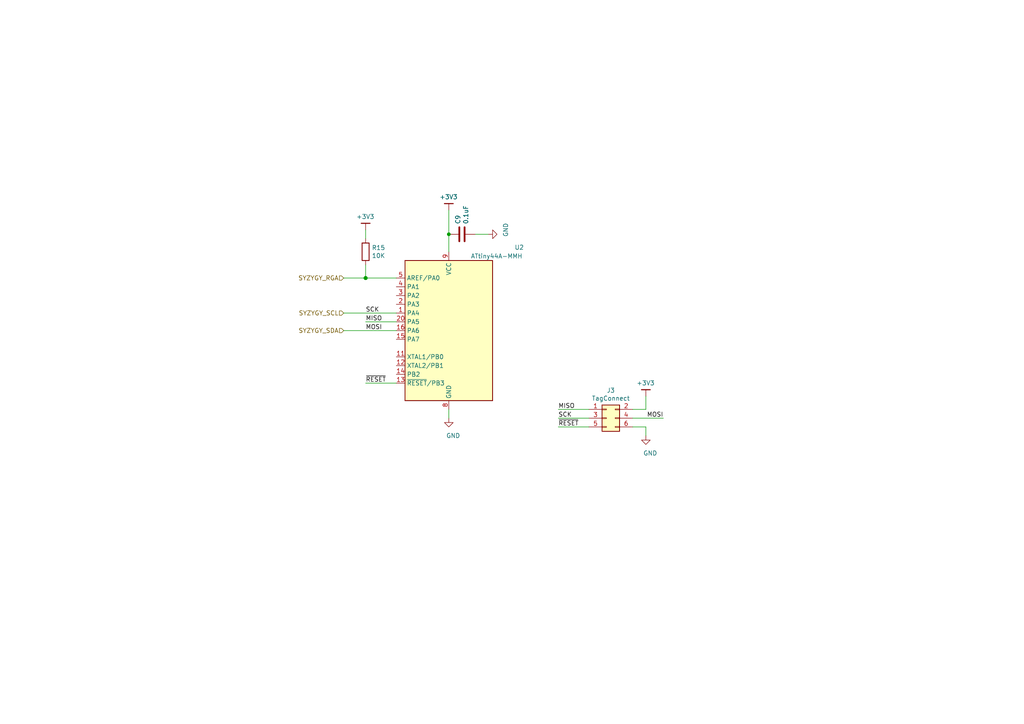
<source format=kicad_sch>
(kicad_sch (version 20230121) (generator eeschema)
  (paper "A4")
  (lib_symbols
    (symbol "Connector_Generic:Conn_02x03_Odd_Even" (pin_names (offset 1.016) hide)
      (property "Reference" "J" (at 1.27 5.08 0))
      (property "Value" "Conn_02x03_Odd_Even" (at 1.27 -5.08 0))
      (symbol "Conn_02x03_Odd_Even_1_1"
        (rectangle (start -1.27 -2.413) (end 0 -2.667) (stroke (width 0.1524)))
        (rectangle (start -1.27 0.127) (end 0 -0.127) (stroke (width 0.1524)))
        (rectangle (start -1.27 2.667) (end 0 2.413) (stroke (width 0.1524)))
        (rectangle (start -1.27 3.81) (end 3.81 -3.81) (stroke (width 0.254)) (fill (type background)))
        (rectangle (start 3.81 -2.413) (end 2.54 -2.667) (stroke (width 0.1524)))
        (rectangle (start 3.81 0.127) (end 2.54 -0.127) (stroke (width 0.1524)))
        (rectangle (start 3.81 2.667) (end 2.54 2.413) (stroke (width 0.1524)))
        (pin passive line (at -5.08 2.54 0) (length 3.81) (name "Pin_1") (number "1"))
        (pin passive line (at 7.62 2.54 180) (length 3.81) (name "Pin_2") (number "2"))
        (pin passive line (at -5.08 0 0) (length 3.81) (name "Pin_3") (number "3"))
        (pin passive line (at 7.62 0 180) (length 3.81) (name "Pin_4") (number "4"))
        (pin passive line (at -5.08 -2.54 0) (length 3.81) (name "Pin_5") (number "5"))
        (pin passive line (at 7.62 -2.54 180) (length 3.81) (name "Pin_6") (number "6"))
      )
    )
    (symbol "Device:C" (pin_numbers hide) (pin_names (offset 0.254))
      (property "Reference" "C" (at 0.635 2.54 0))
      (property "Value" "C" (at 0.635 -2.54 0))
      (symbol "C_0_1"
        (polyline (pts (xy -2.032 -0.762) (xy 2.032 -0.762)) (stroke (width 0.508)))
        (polyline (pts (xy -2.032 0.762) (xy 2.032 0.762)) (stroke (width 0.508)))
      )
      (symbol "C_1_1"
        (pin passive line (at 0 3.81 270) (length 2.794) (name "~") (number "1"))
        (pin passive line (at 0 -3.81 90) (length 2.794) (name "~") (number "2"))
      )
    )
    (symbol "Device:R" (pin_numbers hide) (pin_names (offset 0))
      (property "Reference" "R" (at 2.032 0 90))
      (property "Value" "R" (at 0 0 90))
      (symbol "R_0_1"
        (rectangle (start -1.016 -2.54) (end 1.016 2.54) (stroke (width 0.254)))
      )
      (symbol "R_1_1"
        (pin passive line (at 0 3.81 270) (length 1.27) (name "~") (number "1"))
        (pin passive line (at 0 -3.81 90) (length 1.27) (name "~") (number "2"))
      )
    )
    (symbol "SyzygyLVDSPod-rescue:ATtiny44A-MMH-MCU_Microchip_ATtiny"
      (property "Reference" "U" (at -12.7 21.59 0))
      (property "Value" "ATtiny44A-MMH-MCU_Microchip_ATtiny" (at 2.54 -21.59 0))
      (symbol "ATtiny44A-MMH-MCU_Microchip_ATtiny_0_1"
        (rectangle (start -12.7 -20.32) (end 12.7 20.32) (stroke (width 0.254)) (fill (type background)))
      )
      (symbol "ATtiny44A-MMH-MCU_Microchip_ATtiny_1_1"
        (pin tri_state line (at 15.24 5.08 180) (length 2.54) (name "PA4") (number "1"))
        (pin no_connect line (at -12.7 -10.16 0) (length 2.54) hide (name "NC") (number "10"))
        (pin tri_state line (at 15.24 -7.62 180) (length 2.54) (name "XTAL1/PB0") (number "11"))
        (pin tri_state line (at 15.24 -10.16 180) (length 2.54) (name "XTAL2/PB1") (number "12"))
        (pin tri_state line (at 15.24 -15.24 180) (length 2.54) (name "~{RESET}/PB3") (number "13"))
        (pin tri_state line (at 15.24 -12.7 180) (length 2.54) (name "PB2") (number "14"))
        (pin tri_state line (at 15.24 -2.54 180) (length 2.54) (name "PA7") (number "15"))
        (pin tri_state line (at 15.24 0 180) (length 2.54) (name "PA6") (number "16"))
        (pin no_connect line (at -12.7 -12.7 0) (length 2.54) hide (name "NC") (number "17"))
        (pin no_connect line (at -12.7 -15.24 0) (length 2.54) hide (name "NC") (number "18"))
        (pin no_connect line (at -12.7 -17.78 0) (length 2.54) hide (name "NC") (number "19"))
        (pin tri_state line (at 15.24 7.62 180) (length 2.54) (name "PA3") (number "2"))
        (pin tri_state line (at 15.24 2.54 180) (length 2.54) (name "PA5") (number "20"))
        (pin passive line (at 0 -22.86 90) (length 2.54) hide (name "GND") (number "21"))
        (pin tri_state line (at 15.24 10.16 180) (length 2.54) (name "PA2") (number "3"))
        (pin tri_state line (at 15.24 12.7 180) (length 2.54) (name "PA1") (number "4"))
        (pin tri_state line (at 15.24 15.24 180) (length 2.54) (name "AREF/PA0") (number "5"))
        (pin no_connect line (at -12.7 -5.08 0) (length 2.54) hide (name "NC") (number "6"))
        (pin no_connect line (at -12.7 -7.62 0) (length 2.54) hide (name "NC") (number "7"))
        (pin power_in line (at 0 -22.86 90) (length 2.54) (name "GND") (number "8"))
        (pin power_in line (at 0 22.86 270) (length 2.54) (name "VCC") (number "9"))
      )
    )
    (symbol "gkl_power:+3V3" (power) (pin_names (offset 0))
      (property "Value" "+3V3" (at 0 3.556 0))
      (symbol "+3V3_0_1"
        (polyline (pts (xy -1.27 1.905) (xy 1.27 1.905)) (stroke (width 0.3048)))
        (polyline (pts (xy 0 0) (xy 0 1.905)))
      )
      (symbol "+3V3_1_1"
        (pin power_in line (at 0 0 90) (length 0) hide (name "+3V3") (number "1"))
      )
    )
    (symbol "power:GND" (power) (pin_names (offset 0))
      (property "Value" "GND" (at 0 -3.81 0))
      (symbol "GND_0_1"
        (polyline (pts (xy 0 0) (xy 0 -1.27) (xy 1.27 -1.27) (xy 0 -2.54) (xy -1.27 -1.27) (xy 0 -1.27)))
      )
      (symbol "GND_1_1"
        (pin power_in line (at 0 0 270) (length 0) hide (name "GND") (number "1"))
      )
    )
  )
  (junction (at 130.175 67.945))
  (junction (at 106.045 80.645) (diameter 1.016))
  (wire (pts (xy 187.325 118.745) (xy 187.325 114.935)))
  (wire (pts (xy 183.515 118.745) (xy 187.325 118.745)))
  (wire (pts (xy 99.695 95.885) (xy 114.935 95.885)))
  (wire (pts (xy 183.515 123.825) (xy 187.325 123.825)))
  (wire (pts (xy 106.045 69.215) (xy 106.045 66.675)))
  (wire (pts (xy 99.695 80.645) (xy 106.045 80.645)))
  (wire (pts (xy 130.175 60.96) (xy 130.175 67.945)))
  (wire (pts (xy 187.325 126.365) (xy 187.325 123.825)))
  (wire (pts (xy 161.925 121.285) (xy 170.815 121.285)))
  (wire (pts (xy 137.795 67.945) (xy 141.605 67.945)))
  (wire (pts (xy 130.175 118.745) (xy 130.175 121.285)))
  (wire (pts (xy 99.695 90.805) (xy 114.935 90.805)))
  (wire (pts (xy 106.045 80.645) (xy 114.935 80.645)))
  (wire (pts (xy 130.175 67.945) (xy 130.175 73.025)))
  (wire (pts (xy 161.925 123.825) (xy 170.815 123.825)))
  (wire (pts (xy 106.045 111.125) (xy 114.935 111.125)))
  (wire (pts (xy 161.925 118.745) (xy 170.815 118.745)))
  (wire (pts (xy 106.045 80.645) (xy 106.045 76.835)))
  (wire (pts (xy 183.515 121.285) (xy 192.405 121.285)))
  (wire (pts (xy 106.045 93.345) (xy 114.935 93.345)))
  (label "MOSI" (at 192.405 121.285 180))
  (label "SCK" (at 106.045 90.805 0))
  (label "~{RESET}" (at 161.925 123.825 0))
  (label "MISO" (at 106.045 93.345 0))
  (label "SCK" (at 161.925 121.285 0))
  (label "~{RESET}" (at 106.045 111.125 0))
  (label "MISO" (at 161.925 118.745 0))
  (label "MOSI" (at 106.045 95.885 0))
  (hierarchical_label "SYZYGY_SDA" (shape input) (at 99.695 95.885 180))
  (hierarchical_label "SYZYGY_SCL" (shape input) (at 99.695 90.805 180))
  (hierarchical_label "SYZYGY_RGA" (shape input) (at 99.695 80.645 180))
  (symbol (lib_id "gkl_power:+3V3") (at 187.325 114.935 0) (mirror y) (unit 1)
    (property "Reference" "#PWR033" (effects hide))
    (property "Value" "+3V3" (at 187.2488 111.0996 0))
    (instances (project "syzygy-txr-breakout" (path "" (reference "#PWR033") (unit 1))) (project "syzygy-breakout-flash-rev2" (path "" (reference "#PWR018") (unit 1))) (project "syzygy-breakout-flash-1V8XL" (path "" (reference "#PWR019") (unit 1)) (path "" (reference "#PWR053") (unit 1))))
  )
  (symbol (lib_id "power:GND") (at 141.605 67.945 90) (unit 1)
    (property "Reference" "#PWR0147" (effects hide))
    (property "Value" "GND" (at 146.685 66.675 0))
    (instances (project "syzygy-txr-breakout" (path "" (reference "#PWR0147") (unit 1))) (project "syzygy-breakout-flash-rev2" (path "" (reference "#PWR021") (unit 1)) (path "" (reference "#PWR019") (unit 1))) (project "syzygy-breakout-flash-1V8XL" (path "" (reference "#PWR018") (unit 1)) (path "" (reference "#PWR052") (unit 1))))
  )
  (symbol (lib_id "gkl_power:+3V3") (at 130.175 60.96 0) (mirror y) (unit 1)
    (property "Reference" "#PWR027" (effects hide))
    (property "Value" "+3V3" (at 130.0988 57.1246 0))
    (instances (project "syzygy-txr-breakout" (path "" (reference "#PWR027") (unit 1))) (project "syzygy-breakout-flash-rev2" (path "" (reference "#PWR012") (unit 1))) (project "syzygy-breakout-flash-1V8XL" (path "" (reference "#PWR016") (unit 1)) (path "" (reference "#PWR050") (unit 1))))
  )
  (symbol (lib_id "Device:R") (at 106.045 73.025 0) (unit 1)
    (property "Reference" "R15" (at 107.823 71.8566 0) (effects (justify left)))
    (property "Value" "10K" (at 107.823 74.168 0) (effects (justify left)))
    (property "Footprint" "Resistor_SMD:R_0603_1608Metric_Pad0.98x0.95mm_HandSolder" (effects hide))
    (property "Mfg" "Stackpole Electronics Inc" (effects hide))
    (property "PN" "RMCF0402FT10K0" (effects hide))
    (instances (project "syzygy-txr-breakout" (path "" (reference "R15") (unit 1))) (project "syzygy-breakout-flash-rev2" (path "" (reference "R1") (unit 1))) (project "syzygy-breakout-flash-1V8XL" (path "" (reference "R2") (unit 1)) (path "" (reference "R4") (unit 1))))
  )
  (symbol (lib_id "power:GND") (at 130.175 121.285 0) (unit 1)
    (property "Reference" "#PWR0147" (effects hide))
    (property "Value" "GND" (at 131.445 126.365 0))
    (instances (project "syzygy-txr-breakout" (path "" (reference "#PWR0147") (unit 1))) (project "syzygy-breakout-flash-rev2" (path "" (reference "#PWR021") (unit 1)) (path "" (reference "#PWR013") (unit 1))) (project "syzygy-breakout-flash-1V8XL" (path "" (reference "#PWR017") (unit 1)) (path "" (reference "#PWR051") (unit 1))))
  )
  (symbol (lib_id "SyzygyLVDSPod-rescue:ATtiny44A-MMH-MCU_Microchip_ATtiny") (at 130.175 95.885 0) (mirror y) (unit 1)
    (property "Reference" "U2" (at 149.225 71.755 0) (effects (justify right)))
    (property "Value" "ATtiny44A-MMH" (at 136.525 74.295 0) (effects (justify right)))
    (property "Footprint" "Package_DFN_QFN:QFN-20-1EP_3x3mm_P0.45mm_EP1.6x1.6mm" (effects hide))
    (property "Datasheet" "http://ww1.microchip.com/downloads/en/DeviceDoc/doc8183.pdf" (effects hide))
    (property "Mfg" "Microchip Technology" (effects hide))
    (property "PN" "ATTINY44A-MMH" (effects hide))
    (instances (project "syzygy-txr-breakout" (path "" (reference "U2") (unit 1))) (project "syzygy-breakout-flash-rev2" (path "" (reference "U2") (unit 1))) (project "syzygy-breakout-flash-1V8XL" (path "" (reference "U3") (unit 1)) (path "" (reference "U9") (unit 1))))
  )
  (symbol (lib_id "power:GND") (at 187.325 126.365 0) (unit 1)
    (property "Reference" "#PWR0147" (effects hide))
    (property "Value" "GND" (at 188.595 131.445 0))
    (instances (project "syzygy-txr-breakout" (path "" (reference "#PWR0147") (unit 1))) (project "syzygy-breakout-flash-rev2" (path "" (reference "#PWR021") (unit 1)) (path "" (reference "#PWR05") (unit 1))) (project "syzygy-breakout-flash-1V8XL" (path "" (reference "#PWR020") (unit 1)) (path "" (reference "#PWR054") (unit 1))))
  )
  (symbol (lib_id "Connector_Generic:Conn_02x03_Odd_Even") (at 175.895 121.285 0) (unit 1)
    (property "Reference" "J3" (at 177.165 113.2332 0))
    (property "Value" "TagConnect" (at 177.165 115.5446 0))
    (property "Footprint" "pkl_tag_connect:TC2030-NL_SMALL" (effects hide))
    (instances (project "syzygy-txr-breakout" (path "" (reference "J3") (unit 1))) (project "syzygy-breakout-flash-rev2" (path "" (reference "J6") (unit 1))) (project "syzygy-breakout-flash-1V8XL" (path "" (reference "J6") (unit 1)) (path "" (reference "J10") (unit 1))))
  )
  (symbol (lib_id "gkl_power:+3V3") (at 106.045 66.675 0) (mirror y) (unit 1)
    (property "Reference" "#PWR026" (effects hide))
    (property "Value" "+3V3" (at 105.9688 62.8396 0))
    (instances (project "syzygy-txr-breakout" (path "" (reference "#PWR026") (unit 1))) (project "syzygy-breakout-flash-rev2" (path "" (reference "#PWR011") (unit 1))) (project "syzygy-breakout-flash-1V8XL" (path "" (reference "#PWR015") (unit 1)) (path "" (reference "#PWR049") (unit 1))))
  )
  (symbol (lib_id "Device:C") (at 133.985 67.945 90) (unit 1)
    (property "Reference" "C9" (at 132.8166 65.024 0) (effects (justify left)))
    (property "Value" "0.1uF" (at 135.128 65.024 0) (effects (justify left)))
    (property "Footprint" "Capacitor_SMD:C_0603_1608Metric_Pad1.08x0.95mm_HandSolder" (effects hide))
    (property "PN" "CL05B104KP5NNNC" (effects hide))
    (property "Mfg" "Samsung Electro-Mechanics" (effects hide))
    (instances (project "syzygy-txr-breakout" (path "" (reference "C9") (unit 1))) (project "syzygy-breakout-flash-rev2" (path "" (reference "C3") (unit 1))) (project "syzygy-breakout-flash-1V8XL" (path "" (reference "C5") (unit 1)) (path "" (reference "C8") (unit 1))))
  )
)
</source>
